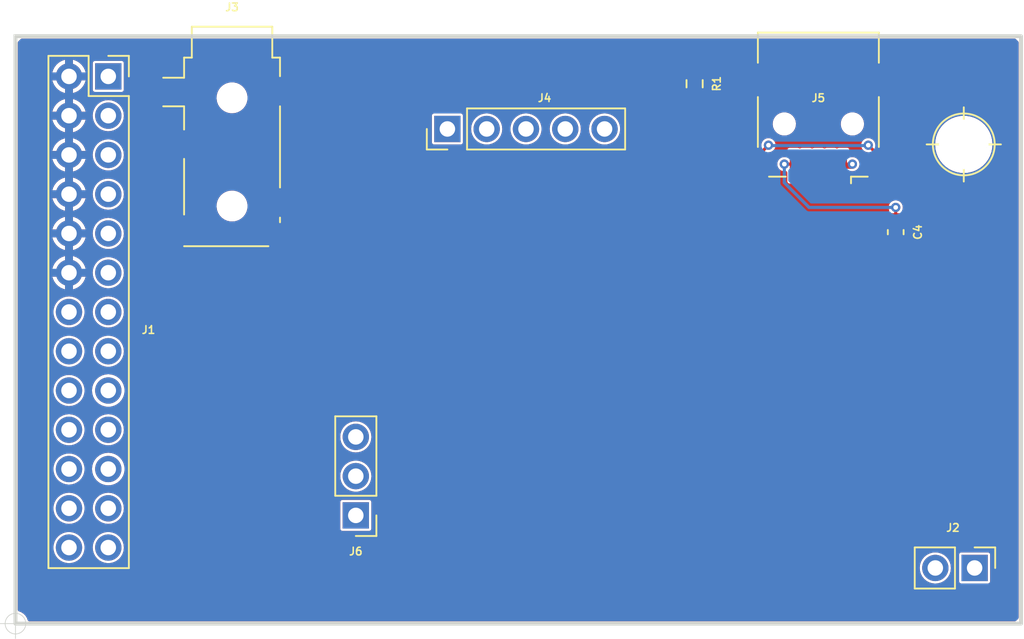
<source format=kicad_pcb>
(kicad_pcb (version 20211014) (generator pcbnew)
  (layers (0 "F.Cu" mixed) (1 "In1.Cu" power "Ground.Cu") (2 "In2.Cu" power "Power.Cu") (31 "B.Cu" mixed) (34 "B.Paste" user) (35 "F.Paste" user) (36 "B.SilkS" user "B.Silkscreen") (37 "F.SilkS" user "F.Silkscreen") (38 "B.Mask" user) (39 "F.Mask" user) (44 "Edge.Cuts" user))
  (net 0 "")
  (net 1 "GNDD")
  (net 4 "+5V")
  (net 9 "GNDA")
  (net 10 "+12V")
  (net 11 "/MID_R")
  (net 12 "/MID_L")
  (net 24 "Net-(J5-Pad6)")
  (net 28 "Net-(C4-Pad1)")
  (footprint "Connector_PinHeader_2.54mm:PinHeader_1x02_P2.54mm_Vertical" (layer "F.Cu") (at 80 51.4 -90)
    (fp_text reference "J2" (at -2.6 1.4) (layer "F.SilkS") (effects (font (size 0.5 0.5) (thickness 0.1))))
    (fp_text value "Conn_01x02" hide)
    (fp_line (start -1.33 0) (end -1.33 -1.33) (layer "F.SilkS") (width 0.12))
    (fp_line (start -1.33 3.87) (end 1.33 3.87) (layer "F.SilkS") (width 0.12))
    (fp_line (start -1.33 1.27) (end -1.33 3.87) (layer "F.SilkS") (width 0.12))
    (fp_line (start 1.33 1.27) (end 1.33 3.87) (layer "F.SilkS") (width 0.12))
    (fp_line (start -1.33 1.27) (end 1.33 1.27) (layer "F.SilkS") (width 0.12))
    (fp_line (start -1.33 -1.33) (end 0 -1.33) (layer "F.SilkS") (width 0.12))
    (pad "1" thru_hole rect (at 0 0 270) (size 1.7 1.7) (drill 1) (layers *.Cu *.Mask))
    (pad "2" thru_hole oval (at 0 2.54 270) (size 1.7 1.7) (drill 1) (layers *.Cu *.Mask))
  )
  (footprint "Connector_PinHeader_2.54mm:PinHeader_1x03_P2.54mm_Vertical" (layer "F.Cu") (at 40 48 180)
    (fp_text reference "J6" (at 0 -2.33) (layer "F.SilkS") (effects (font (size 0.5 0.5) (thickness 0.1))))
    (fp_text value "Conn_01x03" hide)
    (fp_line (start -1.33 -1.33) (end 0 -1.33) (layer "F.SilkS") (width 0.12))
    (fp_line (start -1.33 1.27) (end -1.33 6.41) (layer "F.SilkS") (width 0.12))
    (fp_line (start 1.33 1.27) (end 1.33 6.41) (layer "F.SilkS") (width 0.12))
    (fp_line (start -1.33 6.41) (end 1.33 6.41) (layer "F.SilkS") (width 0.12))
    (fp_line (start -1.33 1.27) (end 1.33 1.27) (layer "F.SilkS") (width 0.12))
    (fp_line (start -1.33 0) (end -1.33 -1.33) (layer "F.SilkS") (width 0.12))
    (pad "1" thru_hole rect (at 0 0 180) (size 1.7 1.7) (drill 1) (layers *.Cu *.Mask))
    (pad "2" thru_hole oval (at 0 2.54 180) (size 1.7 1.7) (drill 1) (layers *.Cu *.Mask))
    (pad "3" thru_hole oval (at 0 5.08 180) (size 1.7 1.7) (drill 1) (layers *.Cu *.Mask))
  )
  (footprint "Connector_USB:USB_Mini-B_Lumberg_2486_01_Horizontal" (layer "F.Cu") (at 69.9 22.675 180)
    (fp_text reference "J5" (at 0 1.675) (layer "F.SilkS") (effects (font (size 0.5 0.5) (thickness 0.1))))
    (fp_text value "USB_B_Mini" hide)
    (fp_line (start 3.91 5.91) (end 3.91 3.96) (layer "F.SilkS") (width 0.12))
    (fp_line (start -2.11 -3.41) (end -2.11 -3.84) (layer "F.SilkS") (width 0.12))
    (fp_line (start 3.91 1.74) (end 3.91 -1.49) (layer "F.SilkS") (width 0.12))
    (fp_line (start -3.19 -3.41) (end -2.11 -3.41) (layer "F.SilkS") (width 0.12))
    (fp_line (start -3.91 1.74) (end -3.91 -1.49) (layer "F.SilkS") (width 0.12))
    (fp_line (start -3.91 5.91) (end -3.91 3.96) (layer "F.SilkS") (width 0.12))
    (fp_line (start 3.91 5.91) (end -3.91 5.91) (layer "F.SilkS") (width 0.12))
    (fp_line (start 2.11 -3.41) (end 3.19 -3.41) (layer "F.SilkS") (width 0.12))
    (pad "" np_thru_hole circle (at -2.2 0 180) (size 1 1) (drill 1) (layers *.Cu *.Mask))
    (pad "" np_thru_hole circle (at 2.2 0 180) (size 1 1) (drill 1) (layers *.Cu *.Mask))
    (pad "1" smd rect (at -1.6 -2.7 180) (size 0.5 2) (layers "F.Cu" "F.Paste" "F.Mask") (net 4 "+5V"))
    (pad "2" smd rect (at -0.8 -2.7 180) (size 0.5 2) (layers "F.Cu" "F.Paste" "F.Mask"))
    (pad "3" smd rect (at 0 -2.7 180) (size 0.5 2) (layers "F.Cu" "F.Paste" "F.Mask"))
    (pad "4" smd rect (at 0.8 -2.7 180) (size 0.5 2) (layers "F.Cu" "F.Paste" "F.Mask"))
    (pad "5" smd rect (at 1.6 -2.7 180) (size 0.5 2) (layers "F.Cu" "F.Paste" "F.Mask") (net 28 "Net-(C4-Pad1)"))
    (pad "6" smd rect (at 4.45 -2.6 180) (size 2 1.7) (layers "F.Cu" "F.Paste" "F.Mask") (net 24 "Net-(J5-Pad6)"))
    (pad "6" smd rect (at -4.45 2.85 180) (size 2 1.7) (layers "F.Cu" "F.Paste" "F.Mask") (net 24 "Net-(J5-Pad6)"))
    (pad "6" smd rect (at 4.45 2.85 180) (size 2 1.7) (layers "F.Cu" "F.Paste" "F.Mask") (net 24 "Net-(J5-Pad6)"))
    (pad "6" smd rect (at -4.45 -2.6 180) (size 2 1.7) (layers "F.Cu" "F.Paste" "F.Mask") (net 24 "Net-(J5-Pad6)"))
  )
  (footprint "Capacitor_SMD:C_0603_1608Metric" (layer "F.Cu") (at 74.9 29.675 -90)
    (fp_text reference "C4" (at 0 -1.43 90) (layer "F.SilkS") (effects (font (size 0.5 0.5) (thickness 0.1))))
    (fp_text value "C_GRM188D71A106KA73D" hide)
    (fp_line (start -0.14058 -0.51) (end 0.14058 -0.51) (layer "F.SilkS") (width 0.12))
    (fp_line (start -0.14058 0.51) (end 0.14058 0.51) (layer "F.SilkS") (width 0.12))
    (pad "1" smd roundrect (at -0.775 0 270) (size 0.9 0.95) (layers "F.Cu" "F.Paste" "F.Mask") (net 28 "Net-(C4-Pad1)"))
    (pad "2" smd roundrect (at 0.775 0 270) (size 0.9 0.95) (layers "F.Cu" "F.Paste" "F.Mask") (net 1 "GNDD"))
  )
  (footprint "Connector_PinHeader_2.54mm:PinHeader_1x05_P2.54mm_Vertical" (layer "F.Cu") (at 45.92 23 90)
    (fp_text reference "J4" (at 2 6.28 180) (layer "F.SilkS") (effects (font (size 0.5 0.5) (thickness 0.1))))
    (fp_text value "Conn_01x05" hide)
    (fp_line (start 1.33 1.27) (end 1.33 11.49) (layer "F.SilkS") (width 0.12))
    (fp_line (start -1.33 -1.33) (end 0 -1.33) (layer "F.SilkS") (width 0.12))
    (fp_line (start -1.33 1.27) (end 1.33 1.27) (layer "F.SilkS") (width 0.12))
    (fp_line (start -1.33 0) (end -1.33 -1.33) (layer "F.SilkS") (width 0.12))
    (fp_line (start -1.33 11.49) (end 1.33 11.49) (layer "F.SilkS") (width 0.12))
    (fp_line (start -1.33 1.27) (end -1.33 11.49) (layer "F.SilkS") (width 0.12))
    (pad "1" thru_hole rect (at 0 0 90) (size 1.7 1.7) (drill 1) (layers *.Cu *.Mask))
    (pad "2" thru_hole oval (at 0 2.54 90) (size 1.7 1.7) (drill 1) (layers *.Cu *.Mask))
    (pad "3" thru_hole oval (at 0 5.08 90) (size 1.7 1.7) (drill 1) (layers *.Cu *.Mask))
    (pad "4" thru_hole oval (at 0 7.62 90) (size 1.7 1.7) (drill 1) (layers *.Cu *.Mask))
    (pad "5" thru_hole oval (at 0 10.16 90) (size 1.7 1.7) (drill 1) (layers *.Cu *.Mask))
  )
  (footprint "Connector_PinSocket_2.54mm:PinSocket_2x13_P2.54mm_Vertical" (layer "F.Cu") (at 24 19.6)
    (fp_text reference "J1" (at 2.6 16.4) (layer "F.SilkS") (effects (font (size 0.5 0.5) (thickness 0.1))))
    (fp_text value "Waveblaster_header_02x13" hide)
    (fp_line (start 1.33 1.27) (end 1.33 31.81) (layer "F.SilkS") (width 0.12))
    (fp_line (start -3.87 -1.33) (end -1.27 -1.33) (layer "F.SilkS") (width 0.12))
    (fp_line (start -1.27 1.27) (end 1.33 1.27) (layer "F.SilkS") (width 0.12))
    (fp_line (start -3.87 -1.33) (end -3.87 31.81) (layer "F.SilkS") (width 0.12))
    (fp_line (start 1.33 -1.33) (end 1.33 0) (layer "F.SilkS") (width 0.12))
    (fp_line (start -3.87 31.81) (end 1.33 31.81) (layer "F.SilkS") (width 0.12))
    (fp_line (start -1.27 -1.33) (end -1.27 1.27) (layer "F.SilkS") (width 0.12))
    (fp_line (start 0 -1.33) (end 1.33 -1.33) (layer "F.SilkS") (width 0.12))
    (pad "1" thru_hole rect (at 0 0) (size 1.7 1.7) (drill 1) (layers *.Cu *.Mask))
    (pad "2" thru_hole oval (at -2.54 0) (size 1.7 1.7) (drill 1) (layers *.Cu *.Mask) (net 1 "GNDD"))
    (pad "3" thru_hole oval (at 0 2.54) (size 1.7 1.7) (drill 1) (layers *.Cu *.Mask))
    (pad "4" thru_hole oval (at -2.54 2.54) (size 1.7 1.7) (drill 1) (layers *.Cu *.Mask) (net 1 "GNDD"))
    (pad "5" thru_hole oval (at 0 5.08) (size 1.7 1.7) (drill 1) (layers *.Cu *.Mask) (net 4 "+5V"))
    (pad "6" thru_hole oval (at -2.54 5.08) (size 1.7 1.7) (drill 1) (layers *.Cu *.Mask) (net 1 "GNDD"))
    (pad "7" thru_hole oval (at 0 7.62) (size 1.7 1.7) (drill 1) (layers *.Cu *.Mask))
    (pad "8" thru_hole oval (at -2.54 7.62) (size 1.7 1.7) (drill 1) (layers *.Cu *.Mask) (net 1 "GNDD"))
    (pad "9" thru_hole oval (at 0 10.16) (size 1.7 1.7) (drill 1) (layers *.Cu *.Mask) (net 4 "+5V"))
    (pad "10" thru_hole oval (at -2.54 10.16) (size 1.7 1.7) (drill 1) (layers *.Cu *.Mask) (net 1 "GNDD"))
    (pad "11" thru_hole oval (at 0 12.7) (size 1.7 1.7) (drill 1) (layers *.Cu *.Mask))
    (pad "12" thru_hole oval (at -2.54 12.7) (size 1.7 1.7) (drill 1) (layers *.Cu *.Mask) (net 1 "GNDD"))
    (pad "13" thru_hole oval (at 0 15.24) (size 1.7 1.7) (drill 1) (layers *.Cu *.Mask) (net 4 "+5V"))
    (pad "14" thru_hole oval (at -2.54 15.24) (size 1.7 1.7) (drill 1) (layers *.Cu *.Mask))
    (pad "15" thru_hole oval (at 0 17.78) (size 1.7 1.7) (drill 1) (layers *.Cu *.Mask))
    (pad "16" thru_hole oval (at -2.54 17.78) (size 1.7 1.7) (drill 1) (layers *.Cu *.Mask) (net 9 "GNDA"))
    (pad "17" thru_hole oval (at 0 20.32) (size 1.7 1.7) (drill 1) (layers *.Cu *.Mask) (net 10 "+12V"))
    (pad "18" thru_hole oval (at -2.54 20.32) (size 1.7 1.7) (drill 1) (layers *.Cu *.Mask) (net 9 "GNDA"))
    (pad "19" thru_hole oval (at 0 22.86) (size 1.7 1.7) (drill 1) (layers *.Cu *.Mask) (net 11 "/MID_R"))
    (pad "20" thru_hole oval (at -2.54 22.86) (size 1.7 1.7) (drill 1) (layers *.Cu *.Mask) (net 9 "GNDA"))
    (pad "21" thru_hole oval (at 0 25.4) (size 1.7 1.7) (drill 1) (layers *.Cu *.Mask) (net 10 "+12V"))
    (pad "22" thru_hole oval (at -2.54 25.4) (size 1.7 1.7) (drill 1) (layers *.Cu *.Mask) (net 9 "GNDA"))
    (pad "23" thru_hole oval (at 0 27.94) (size 1.7 1.7) (drill 1) (layers *.Cu *.Mask) (net 12 "/MID_L"))
    (pad "24" thru_hole oval (at -2.54 27.94) (size 1.7 1.7) (drill 1) (layers *.Cu *.Mask) (net 9 "GNDA"))
    (pad "25" thru_hole oval (at 0 30.48) (size 1.7 1.7) (drill 1) (layers *.Cu *.Mask))
    (pad "26" thru_hole oval (at -2.54 30.48) (size 1.7 1.7) (drill 1) (layers *.Cu *.Mask) (net 9 "GNDA"))
  )
  (footprint "Resistor_SMD:R_0603_1608Metric" (layer "F.Cu") (at 61.9 20.075 -90)
    (fp_text reference "R1" (at 0 -1.43 90) (layer "F.SilkS") (effects (font (size 0.5 0.5) (thickness 0.1))))
    (fp_text value "1M" hide)
    (fp_line (start -0.237258 -0.5225) (end 0.237258 -0.5225) (layer "F.SilkS") (width 0.12))
    (fp_line (start -0.237258 0.5225) (end 0.237258 0.5225) (layer "F.SilkS") (width 0.12))
    (pad "1" smd roundrect (at -0.825 0 270) (size 0.8 0.95) (layers "F.Cu" "F.Paste" "F.Mask") (net 24 "Net-(J5-Pad6)"))
    (pad "2" smd roundrect (at 0.825 0 270) (size 0.8 0.95) (layers "F.Cu" "F.Paste" "F.Mask") (net 1 "GNDD"))
  )
  (footprint "Connector_Audio:Jack_3.5mm_PJ311_Horizontal" (layer "F.Cu") (at 32 25.285)
    (fp_text reference "J3" (at 0 -10.16) (layer "F.SilkS") (effects (font (size 0.5 0.5) (thickness 0.1))))
    (fp_text value "AudioJack5_Ground" hide)
    (fp_line (start -3.1 -5.6) (end -3.1 -6.9) (layer "F.SilkS") (width 0.12))
    (fp_line (start -3.1 -2.25) (end -3.1 -3.75) (layer "F.SilkS") (width 0.12))
    (fp_line (start 2.6 -6.9) (end 3.1 -6.9) (layer "F.SilkS") (width 0.12))
    (fp_line (start -2.6 -8.9) (end 2.6 -8.9) (layer "F.SilkS") (width 0.12))
    (fp_line (start 3.1 3.45) (end 3.1 3.75) (layer "F.SilkS") (width 0.12))
    (fp_line (start -2.6 -6.9) (end -2.6 -8.9) (layer "F.SilkS") (width 0.12))
    (fp_line (start -3.1 -3.75) (end -4.45 -3.75) (layer "F.SilkS") (width 0.12))
    (fp_line (start 2.35 5.3) (end -3.1 5.3) (layer "F.SilkS") (width 0.12))
    (fp_line (start -3.1 -5.6) (end -4.45 -5.6) (layer "F.SilkS") (width 0.12))
    (fp_line (start 3.1 -6.9) (end 3.1 -5.7) (layer "F.SilkS") (width 0.12))
    (fp_line (start -3.1 -6.9) (end -2.6 -6.9) (layer "F.SilkS") (width 0.12))
    (fp_line (start 2.6 -8.9) (end 2.6 -6.9) (layer "F.SilkS") (width 0.12))
    (fp_line (start -3.1 3.25) (end -3.1 -0.35) (layer "F.SilkS") (width 0.12))
    (fp_line (start 3.1 -3.75) (end 3.1 1.5) (layer "F.SilkS") (width 0.12))
    (pad "" np_thru_hole circle (at 0 2.7) (size 1.5 1.5) (drill 1.5) (layers *.Cu *.Mask))
    (pad "" np_thru_hole circle (at 0 -4.3) (size 1.5 1.5) (drill 1.5) (layers *.Cu *.Mask))
    (pad "1" smd rect (at -3.5 -4.7) (size 2 1.5) (layers "F.Cu" "F.Paste" "F.Mask"))
    (pad "2" smd rect (at 3.5 -4.7) (size 2 1.5) (layers "F.Cu" "F.Paste" "F.Mask"))
    (pad "3" smd rect (at -3.5 -1.3) (size 2 1.5) (layers "F.Cu" "F.Paste" "F.Mask"))
    (pad "4" smd rect (at 3.5 2.5) (size 2 1.5) (layers "F.Cu" "F.Paste" "F.Mask"))
    (pad "5" smd rect (at 3.5 4.7) (size 2 1.5) (layers "F.Cu" "F.Paste" "F.Mask"))
    (pad "6" smd rect (at -3.5 4.2) (size 2 1.5) (layers "F.Cu" "F.Paste" "F.Mask"))
  )
  (footprint "MountingHole:MountingHole_3.2mm_M3" (layer "F.Cu") (at 79.3 24)
    (fp_text reference "H1" hide)
    (fp_text value "MountingHole" hide)
    (pad "" np_thru_hole circle (at 0 0) (size 3.2 3.2) (drill 3.2) (layers *.Cu *.Mask))
  )
  (gr_line (start 79.3 24) (end 79.3 26.4) (layer "F.SilkS") (width 0.12))
  (gr_circle (center 79.3 24) (end 81.3 24) (layer "F.SilkS") (width 0.12) (fill none))
  (gr_line (start 79.3 24) (end 81.7 24) (layer "F.SilkS") (width 0.12))
  (gr_line (start 79.3 24) (end 79.3 21.6) (layer "F.SilkS") (width 0.12))
  (gr_line (start 79.3 24) (end 76.9 24) (layer "F.SilkS") (width 0.12))
  (gr_rect (start 18 17) (end 83 55) (layer "Edge.Cuts") (width 0.25) (fill none))
  (target plus (at 18 55) (size 2) (width 0.05) (layer "Edge.Cuts"))
  (segment (start 71.5 25.375) (end 72 25.375) (width 0.4) (layer "F.Cu") (net 4))
  (segment (start 72 25.375) (end 72.1 25.275) (width 0.4) (layer "F.Cu") (net 4))
  (via (at 72.1 25.275) (size 0.6) (drill 0.3) (layers "F.Cu" "B.Cu") (net 4))
  (segment (start 73.125 24.05) (end 74.35 25.275) (width 0.2) (layer "F.Cu") (net 24))
  (segment (start 65.45 19.825) (end 65.45 25.275) (width 0.2) (layer "F.Cu") (net 24))
  (segment (start 65.45 25.275) (end 66.675 24.05) (width 0.2) (layer "F.Cu") (net 24))
  (segment (start 61.9 19.25) (end 64.875 19.25) (width 0.2) (layer "F.Cu") (net 24))
  (segment (start 64.875 19.25) (end 65.45 19.825) (width 0.2) (layer "F.Cu") (net 24))
  (segment (start 74.35 19.825) (end 74.35 25.275) (width 0.2) (layer "F.Cu") (net 24))
  (via (at 66.675 24.05) (size 0.6) (drill 0.3) (layers "F.Cu" "B.Cu") (net 24))
  (via (at 73.125 24.05) (size 0.6) (drill 0.3) (layers "F.Cu" "B.Cu") (net 24))
  (segment (start 66.675 24.05) (end 66.7 24.075) (width 0.2) (layer "B.Cu") (net 24))
  (segment (start 66.7 24.075) (end 73.1 24.075) (width 0.2) (layer "B.Cu") (net 24))
  (segment (start 73.1 24.075) (end 73.125 24.05) (width 0.2) (layer "B.Cu") (net 24))
  (segment (start 74.9 28.9) (end 74.9 28.075) (width 0.2) (layer "F.Cu") (net 28))
  (segment (start 68.2 25.275) (end 68.3 25.375) (width 0.2) (layer "F.Cu") (net 28))
  (segment (start 67.7 25.275) (end 68.2 25.275) (width 0.2) (layer "F.Cu") (net 28))
  (via (at 74.9 28.075) (size 0.6) (drill 0.3) (layers "F.Cu" "B.Cu") (net 28))
  (via (at 67.7 25.275) (size 0.6) (drill 0.3) (layers "F.Cu" "B.Cu") (net 28))
  (segment (start 67.7 26.475) (end 67.7 25.275) (width 0.2) (layer "B.Cu") (net 28))
  (segment (start 69.3 28.075) (end 67.7 26.475) (width 0.2) (layer "B.Cu") (net 28))
  (segment (start 74.9 28.075) (end 69.3 28.075) (width 0.2) (layer "B.Cu") (net 28))
  (zone (net 1) (net_name "GNDD") (layers F&B.Cu) (name "Digital_ground") (priority 1) (connect_pads (clearance 0.154)) (min_thickness 0.2) (fill yes (thermal_gap 0.254) (thermal_bridge_width 0.508) (smoothing chamfer) (radius 0.5))
    (polygon (pts (xy 83.2 55.020648) (xy 18 55.020648) (xy 18 17.020648) (xy 83 17.020648)))
  )
)
</source>
